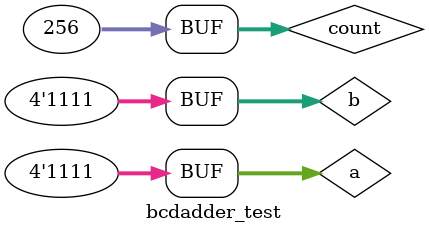
<source format=v>
module bcdadder(a, b, sumf);
	input [3:0] a, b;
	wire [3:0] s,sum;
  output [7:0]sumf;
	wire carry;
	wire [3:0]c,d;
 
	adder4bit add1(s,c,a,b);

	wire x,y;
	and g1(x,s[3],s[2]);
	and g2(y,s[3],s[1]);
	or g3(carry,c[3],x,y);

	full f0(sum[0], d[0], s[0], 0, 0);
	full f1(sum[1], d[1], s[1], carry, d[0]);
	full f2(sum[2], d[2], s[2], carry, d[1]);
	full f3(sum[3], d[3], s[3], 0, d[2]);
	
	wire check,check1,check2;
	and(check1,a[3],a[1]);
	and(check2,a[3],a[2]);
	or(check,check1,check2);
	
	wire check_,check1_,check2_;
	and(check1_,b[3],b[1]);
	and(check2_,b[3],b[2]);
	or(check_,check1_,check2_);
	
	wire checkfinal;
	or(checkfinal,check,check_);
	mux m1(sum[0],checkfinal,sumf[0]);
	mux m2(sum[1],checkfinal,sumf[1]);
	mux m3(sum[2],checkfinal,sumf[2]);
	mux m4(sum[3],checkfinal,sumf[3]);
	 mux m5(carry,checkfinal,sumf[4]);
  	mux m6(0,checkfinal,sumf[5]);
  	mux m7(0,checkfinal,sumf[6]);
 	mux m8(0,checkfinal,sumf[7]);
endmodule

module mux(a,b,o);
	input a,b;
	output o;
	wire c,d,e;
	not(c,b);
	and(d,a,c);
	and(e,1'bx,b);
	or(o,d,e);
endmodule

module adder4bit(s,c,a,b);
	input [3:0]a,b;
	output [3:0]s,c;
	full f0(s[0], c[0], a[0], b[0], 0);
	full f1(s[1], c[1], a[1], b[1], c[0]);	
	full f2(s[2], c[2], a[2], b[2], c[1]);
	full f3(s[3], c[3], a[3], b[3], c[2]);
endmodule

module full(s, c, a, b, d);
  	input a, b, d;
  	output s, c;
  	wire s1, c1, c2;
 
  	half h0(s1, c1, a, b);
  	half h1(s, c2, s1, d);
  	or o1(c, c1, c2);
endmodule

module half(s, c, a, b);
  	input a, b;
  	output s, c;
  	xor x1(s, a, b);
  	and a1(c, a, b);
endmodule

module bcdadder_test;
  	reg [3:0]a,b;
  wire [7:0]sumf;
  	bcdadder test(a,b,sumf);
  	integer count;
  	initial begin
    	for(count=0;count<256;count=count+1)begin
      	{a,b}=count;
			#20;
			end
  	end
endmodule
</source>
